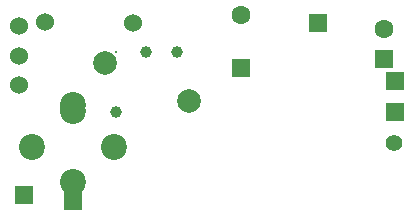
<source format=gbr>
%TF.GenerationSoftware,KiCad,Pcbnew,9.0.5*%
%TF.CreationDate,2025-10-21T13:05:05+02:00*%
%TF.ProjectId,Heterodyna-eltra-t3015-2,48657465-726f-4647-996e-612d656c7472,rev?*%
%TF.SameCoordinates,Original*%
%TF.FileFunction,Soldermask,Bot*%
%TF.FilePolarity,Negative*%
%FSLAX46Y46*%
G04 Gerber Fmt 4.6, Leading zero omitted, Abs format (unit mm)*
G04 Created by KiCad (PCBNEW 9.0.5) date 2025-10-21 13:05:05*
%MOMM*%
%LPD*%
G01*
G04 APERTURE LIST*
G04 Aperture macros list*
%AMRoundRect*
0 Rectangle with rounded corners*
0 $1 Rounding radius*
0 $2 $3 $4 $5 $6 $7 $8 $9 X,Y pos of 4 corners*
0 Add a 4 corners polygon primitive as box body*
4,1,4,$2,$3,$4,$5,$6,$7,$8,$9,$2,$3,0*
0 Add four circle primitives for the rounded corners*
1,1,$1+$1,$2,$3*
1,1,$1+$1,$4,$5*
1,1,$1+$1,$6,$7*
1,1,$1+$1,$8,$9*
0 Add four rect primitives between the rounded corners*
20,1,$1+$1,$2,$3,$4,$5,0*
20,1,$1+$1,$4,$5,$6,$7,0*
20,1,$1+$1,$6,$7,$8,$9,0*
20,1,$1+$1,$8,$9,$2,$3,0*%
G04 Aperture macros list end*
%ADD10RoundRect,0.250000X-0.550000X-0.550000X0.550000X-0.550000X0.550000X0.550000X-0.550000X0.550000X0*%
%ADD11C,1.524000*%
%ADD12C,2.000000*%
%ADD13C,1.000000*%
%ADD14C,0.200000*%
%ADD15C,2.200000*%
%ADD16R,1.600000X1.600000*%
%ADD17C,1.600000*%
%ADD18C,1.400000*%
%ADD19RoundRect,0.250000X0.550000X-0.550000X0.550000X0.550000X-0.550000X0.550000X-0.550000X-0.550000X0*%
G04 APERTURE END LIST*
D10*
%TO.C,TP1*%
X176810000Y-106480000D03*
%TD*%
D11*
%TO.C,D1*%
X154680000Y-101500000D03*
X147180000Y-101450000D03*
%TD*%
D12*
%TO.C,L3*%
X159395000Y-108165000D03*
X152245000Y-104915000D03*
D13*
X153245000Y-109065000D03*
X158345000Y-103965000D03*
X155745000Y-103965000D03*
D14*
X153245000Y-103965000D03*
%TD*%
D15*
%TO.C,C15*%
X149570000Y-109010000D03*
X149570000Y-115010000D03*
%TD*%
D10*
%TO.C,TP3*%
X170350000Y-101530000D03*
%TD*%
%TO.C,TP4*%
X176840000Y-109090000D03*
%TD*%
%TO.C,TP2*%
X149600000Y-116640000D03*
%TD*%
D16*
%TO.C,C2*%
X175870000Y-104567626D03*
D17*
X175870000Y-102067626D03*
%TD*%
D15*
%TO.C,C8*%
X149540000Y-108508500D03*
X153040000Y-112008500D03*
X146140000Y-112008500D03*
%TD*%
D11*
%TO.C,D2*%
X144990000Y-101790000D03*
X144990000Y-106790000D03*
X144990000Y-104290000D03*
%TD*%
D10*
%TO.C,TP5*%
X145440000Y-116100000D03*
%TD*%
D18*
%TO.C,TP6*%
X176790000Y-111690000D03*
%TD*%
D19*
%TO.C,D3*%
X163830000Y-105355000D03*
D17*
X163830000Y-100845000D03*
%TD*%
M02*

</source>
